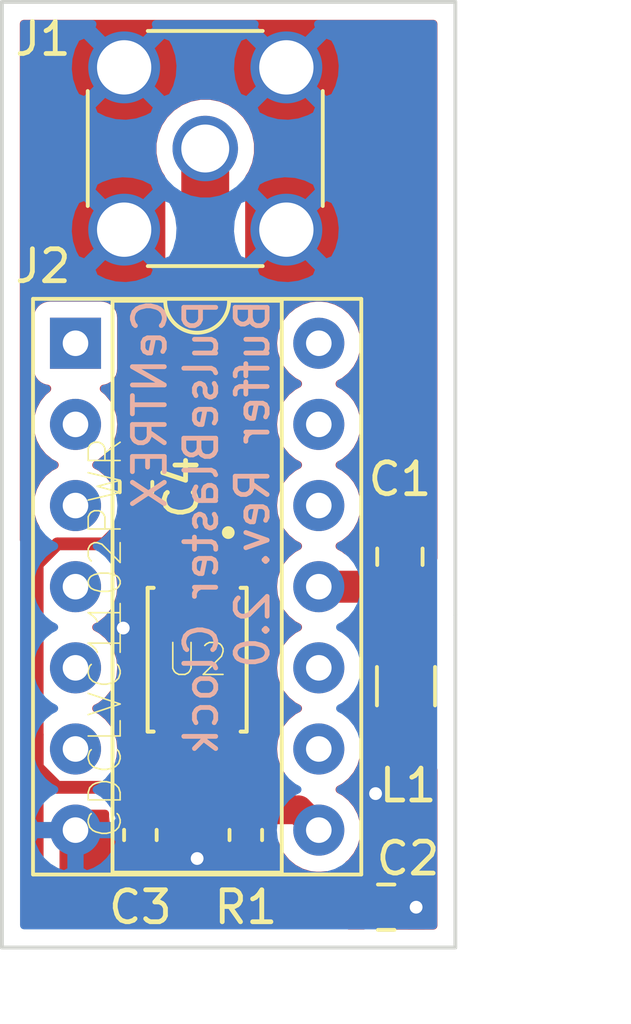
<source format=kicad_pcb>
(kicad_pcb (version 20171130) (host pcbnew "(5.1.4)-1")

  (general
    (thickness 1.6)
    (drawings 8)
    (tracks 40)
    (zones 0)
    (modules 9)
    (nets 18)
  )

  (page A4)
  (layers
    (0 F.Cu signal)
    (31 B.Cu signal)
    (32 B.Adhes user)
    (33 F.Adhes user)
    (34 B.Paste user)
    (35 F.Paste user)
    (36 B.SilkS user)
    (37 F.SilkS user)
    (38 B.Mask user)
    (39 F.Mask user)
    (40 Dwgs.User user)
    (41 Cmts.User user)
    (42 Eco1.User user hide)
    (43 Eco2.User user)
    (44 Edge.Cuts user)
    (45 Margin user)
    (46 B.CrtYd user)
    (47 F.CrtYd user)
    (48 B.Fab user)
    (49 F.Fab user hide)
  )

  (setup
    (last_trace_width 0.25)
    (trace_clearance 0.2)
    (zone_clearance 0.5)
    (zone_45_only no)
    (trace_min 0.2)
    (via_size 0.8)
    (via_drill 0.4)
    (via_min_size 0.4)
    (via_min_drill 0.3)
    (uvia_size 0.3)
    (uvia_drill 0.1)
    (uvias_allowed no)
    (uvia_min_size 0.2)
    (uvia_min_drill 0.1)
    (edge_width 0.12)
    (segment_width 0.2)
    (pcb_text_width 0.3)
    (pcb_text_size 1.5 1.5)
    (mod_edge_width 0.12)
    (mod_text_size 1 1)
    (mod_text_width 0.15)
    (pad_size 1.524 1.524)
    (pad_drill 0.762)
    (pad_to_mask_clearance 0.2)
    (aux_axis_origin 0 0)
    (visible_elements 7FFFFFFF)
    (pcbplotparams
      (layerselection 0x010fc_ffffffff)
      (usegerberextensions false)
      (usegerberattributes false)
      (usegerberadvancedattributes false)
      (creategerberjobfile false)
      (excludeedgelayer true)
      (linewidth 0.100000)
      (plotframeref false)
      (viasonmask false)
      (mode 1)
      (useauxorigin false)
      (hpglpennumber 1)
      (hpglpenspeed 20)
      (hpglpendiameter 15.000000)
      (psnegative false)
      (psa4output false)
      (plotreference true)
      (plotvalue true)
      (plotinvisibletext false)
      (padsonsilk false)
      (subtractmaskfromsilk false)
      (outputformat 1)
      (mirror false)
      (drillshape 0)
      (scaleselection 1)
      (outputdirectory "gerber/"))
  )

  (net 0 "")
  (net 1 GND)
  (net 2 VCC)
  (net 3 VD)
  (net 4 Clock_input)
  (net 5 "Net-(J2-Pad13)")
  (net 6 "Net-(J2-Pad6)")
  (net 7 "Net-(J2-Pad12)")
  (net 8 "Net-(J2-Pad5)")
  (net 9 D3.3V)
  (net 10 "Net-(J2-Pad4)")
  (net 11 "Net-(J2-Pad10)")
  (net 12 "Net-(J2-Pad3)")
  (net 13 "Net-(J2-Pad9)")
  (net 14 "Net-(J2-Pad2)")
  (net 15 Master_clock)
  (net 16 "Net-(J2-Pad1)")
  (net 17 "Net-(U2-Pad3)")

  (net_class Default "This is the default net class."
    (clearance 0.2)
    (trace_width 0.25)
    (via_dia 0.8)
    (via_drill 0.4)
    (uvia_dia 0.3)
    (uvia_drill 0.1)
    (add_net Clock_input)
    (add_net D3.3V)
    (add_net GND)
    (add_net Master_clock)
    (add_net "Net-(J2-Pad1)")
    (add_net "Net-(J2-Pad10)")
    (add_net "Net-(J2-Pad12)")
    (add_net "Net-(J2-Pad13)")
    (add_net "Net-(J2-Pad2)")
    (add_net "Net-(J2-Pad3)")
    (add_net "Net-(J2-Pad4)")
    (add_net "Net-(J2-Pad5)")
    (add_net "Net-(J2-Pad6)")
    (add_net "Net-(J2-Pad9)")
    (add_net "Net-(U2-Pad3)")
    (add_net VCC)
    (add_net VD)
  )

  (module Capacitor_SMD:C_0603_1608Metric (layer F.Cu) (tedit 5B301BBE) (tstamp 5D65A227)
    (at 148.336 111.2775 270)
    (descr "Capacitor SMD 0603 (1608 Metric), square (rectangular) end terminal, IPC_7351 nominal, (Body size source: http://www.tortai-tech.com/upload/download/2011102023233369053.pdf), generated with kicad-footprint-generator")
    (tags capacitor)
    (path /5D4B5F45)
    (attr smd)
    (fp_text reference C3 (at 2.2605 0 180) (layer F.SilkS)
      (effects (font (size 1 1) (thickness 0.15)))
    )
    (fp_text value 0.1muF (at 0 1.43 90) (layer F.Fab)
      (effects (font (size 1 1) (thickness 0.15)))
    )
    (fp_text user %R (at 0 0 90) (layer F.Fab)
      (effects (font (size 0.4 0.4) (thickness 0.06)))
    )
    (fp_line (start 1.48 0.73) (end -1.48 0.73) (layer F.CrtYd) (width 0.05))
    (fp_line (start 1.48 -0.73) (end 1.48 0.73) (layer F.CrtYd) (width 0.05))
    (fp_line (start -1.48 -0.73) (end 1.48 -0.73) (layer F.CrtYd) (width 0.05))
    (fp_line (start -1.48 0.73) (end -1.48 -0.73) (layer F.CrtYd) (width 0.05))
    (fp_line (start -0.162779 0.51) (end 0.162779 0.51) (layer F.SilkS) (width 0.12))
    (fp_line (start -0.162779 -0.51) (end 0.162779 -0.51) (layer F.SilkS) (width 0.12))
    (fp_line (start 0.8 0.4) (end -0.8 0.4) (layer F.Fab) (width 0.1))
    (fp_line (start 0.8 -0.4) (end 0.8 0.4) (layer F.Fab) (width 0.1))
    (fp_line (start -0.8 -0.4) (end 0.8 -0.4) (layer F.Fab) (width 0.1))
    (fp_line (start -0.8 0.4) (end -0.8 -0.4) (layer F.Fab) (width 0.1))
    (pad 2 smd roundrect (at 0.7875 0 270) (size 0.875 0.95) (layers F.Cu F.Paste F.Mask) (roundrect_rratio 0.25)
      (net 1 GND))
    (pad 1 smd roundrect (at -0.7875 0 270) (size 0.875 0.95) (layers F.Cu F.Paste F.Mask) (roundrect_rratio 0.25)
      (net 3 VD))
    (model ${KISYS3DMOD}/Capacitor_SMD.3dshapes/C_0603_1608Metric.wrl
      (at (xyz 0 0 0))
      (scale (xyz 1 1 1))
      (rotate (xyz 0 0 0))
    )
  )

  (module Resistor_SMD:R_0603_1608Metric (layer F.Cu) (tedit 5B301BBD) (tstamp 5D659672)
    (at 151.638 111.2775 90)
    (descr "Resistor SMD 0603 (1608 Metric), square (rectangular) end terminal, IPC_7351 nominal, (Body size source: http://www.tortai-tech.com/upload/download/2011102023233369053.pdf), generated with kicad-footprint-generator")
    (tags resistor)
    (path /5D659320)
    (attr smd)
    (fp_text reference R1 (at -2.2605 0 180) (layer F.SilkS)
      (effects (font (size 1 1) (thickness 0.15)))
    )
    (fp_text value 50Ohm (at 0 1.43 90) (layer F.Fab)
      (effects (font (size 1 1) (thickness 0.15)))
    )
    (fp_text user %R (at 0 0 90) (layer F.Fab)
      (effects (font (size 0.4 0.4) (thickness 0.06)))
    )
    (fp_line (start 1.48 0.73) (end -1.48 0.73) (layer F.CrtYd) (width 0.05))
    (fp_line (start 1.48 -0.73) (end 1.48 0.73) (layer F.CrtYd) (width 0.05))
    (fp_line (start -1.48 -0.73) (end 1.48 -0.73) (layer F.CrtYd) (width 0.05))
    (fp_line (start -1.48 0.73) (end -1.48 -0.73) (layer F.CrtYd) (width 0.05))
    (fp_line (start -0.162779 0.51) (end 0.162779 0.51) (layer F.SilkS) (width 0.12))
    (fp_line (start -0.162779 -0.51) (end 0.162779 -0.51) (layer F.SilkS) (width 0.12))
    (fp_line (start 0.8 0.4) (end -0.8 0.4) (layer F.Fab) (width 0.1))
    (fp_line (start 0.8 -0.4) (end 0.8 0.4) (layer F.Fab) (width 0.1))
    (fp_line (start -0.8 -0.4) (end 0.8 -0.4) (layer F.Fab) (width 0.1))
    (fp_line (start -0.8 0.4) (end -0.8 -0.4) (layer F.Fab) (width 0.1))
    (pad 2 smd roundrect (at 0.7875 0 90) (size 0.875 0.95) (layers F.Cu F.Paste F.Mask) (roundrect_rratio 0.25)
      (net 15 Master_clock))
    (pad 1 smd roundrect (at -0.7875 0 90) (size 0.875 0.95) (layers F.Cu F.Paste F.Mask) (roundrect_rratio 0.25)
      (net 1 GND))
    (model ${KISYS3DMOD}/Resistor_SMD.3dshapes/R_0603_1608Metric.wrl
      (at (xyz 0 0 0))
      (scale (xyz 1 1 1))
      (rotate (xyz 0 0 0))
    )
  )

  (module Capacitor_SMD:C_0603_1608Metric (layer F.Cu) (tedit 5B301BBE) (tstamp 5D659E75)
    (at 148.2 100.3875 270)
    (descr "Capacitor SMD 0603 (1608 Metric), square (rectangular) end terminal, IPC_7351 nominal, (Body size source: http://www.tortai-tech.com/upload/download/2011102023233369053.pdf), generated with kicad-footprint-generator")
    (tags capacitor)
    (path /5D662126)
    (attr smd)
    (fp_text reference C4 (at 0 -1.43 90) (layer F.SilkS)
      (effects (font (size 1 1) (thickness 0.15)))
    )
    (fp_text value 0.1muF (at 0 1.43 90) (layer F.Fab)
      (effects (font (size 1 1) (thickness 0.15)))
    )
    (fp_text user %R (at 0 0 90) (layer F.Fab)
      (effects (font (size 0.4 0.4) (thickness 0.06)))
    )
    (fp_line (start 1.48 0.73) (end -1.48 0.73) (layer F.CrtYd) (width 0.05))
    (fp_line (start 1.48 -0.73) (end 1.48 0.73) (layer F.CrtYd) (width 0.05))
    (fp_line (start -1.48 -0.73) (end 1.48 -0.73) (layer F.CrtYd) (width 0.05))
    (fp_line (start -1.48 0.73) (end -1.48 -0.73) (layer F.CrtYd) (width 0.05))
    (fp_line (start -0.162779 0.51) (end 0.162779 0.51) (layer F.SilkS) (width 0.12))
    (fp_line (start -0.162779 -0.51) (end 0.162779 -0.51) (layer F.SilkS) (width 0.12))
    (fp_line (start 0.8 0.4) (end -0.8 0.4) (layer F.Fab) (width 0.1))
    (fp_line (start 0.8 -0.4) (end 0.8 0.4) (layer F.Fab) (width 0.1))
    (fp_line (start -0.8 -0.4) (end 0.8 -0.4) (layer F.Fab) (width 0.1))
    (fp_line (start -0.8 0.4) (end -0.8 -0.4) (layer F.Fab) (width 0.1))
    (pad 2 smd roundrect (at 0.7875 0 270) (size 0.875 0.95) (layers F.Cu F.Paste F.Mask) (roundrect_rratio 0.25)
      (net 3 VD))
    (pad 1 smd roundrect (at -0.7875 0 270) (size 0.875 0.95) (layers F.Cu F.Paste F.Mask) (roundrect_rratio 0.25)
      (net 1 GND))
    (model ${KISYS3DMOD}/Capacitor_SMD.3dshapes/C_0603_1608Metric.wrl
      (at (xyz 0 0 0))
      (scale (xyz 1 1 1))
      (rotate (xyz 0 0 0))
    )
  )

  (module Capacitor_SMD:C_0805_2012Metric (layer F.Cu) (tedit 5B36C52B) (tstamp 5D658DB3)
    (at 156.0345 113.538)
    (descr "Capacitor SMD 0805 (2012 Metric), square (rectangular) end terminal, IPC_7351 nominal, (Body size source: https://docs.google.com/spreadsheets/d/1BsfQQcO9C6DZCsRaXUlFlo91Tg2WpOkGARC1WS5S8t0/edit?usp=sharing), generated with kicad-footprint-generator")
    (tags capacitor)
    (path /5D4B5F13)
    (attr smd)
    (fp_text reference C2 (at 0.6835 -1.524) (layer F.SilkS)
      (effects (font (size 1 1) (thickness 0.15)))
    )
    (fp_text value 1muF (at 0 1.65) (layer F.Fab)
      (effects (font (size 1 1) (thickness 0.15)))
    )
    (fp_text user %R (at 0 0) (layer F.Fab)
      (effects (font (size 0.5 0.5) (thickness 0.08)))
    )
    (fp_line (start 1.68 0.95) (end -1.68 0.95) (layer F.CrtYd) (width 0.05))
    (fp_line (start 1.68 -0.95) (end 1.68 0.95) (layer F.CrtYd) (width 0.05))
    (fp_line (start -1.68 -0.95) (end 1.68 -0.95) (layer F.CrtYd) (width 0.05))
    (fp_line (start -1.68 0.95) (end -1.68 -0.95) (layer F.CrtYd) (width 0.05))
    (fp_line (start -0.258578 0.71) (end 0.258578 0.71) (layer F.SilkS) (width 0.12))
    (fp_line (start -0.258578 -0.71) (end 0.258578 -0.71) (layer F.SilkS) (width 0.12))
    (fp_line (start 1 0.6) (end -1 0.6) (layer F.Fab) (width 0.1))
    (fp_line (start 1 -0.6) (end 1 0.6) (layer F.Fab) (width 0.1))
    (fp_line (start -1 -0.6) (end 1 -0.6) (layer F.Fab) (width 0.1))
    (fp_line (start -1 0.6) (end -1 -0.6) (layer F.Fab) (width 0.1))
    (pad 2 smd roundrect (at 0.9375 0) (size 0.975 1.4) (layers F.Cu F.Paste F.Mask) (roundrect_rratio 0.25)
      (net 1 GND))
    (pad 1 smd roundrect (at -0.9375 0) (size 0.975 1.4) (layers F.Cu F.Paste F.Mask) (roundrect_rratio 0.25)
      (net 3 VD))
    (model ${KISYS3DMOD}/Capacitor_SMD.3dshapes/C_0805_2012Metric.wrl
      (at (xyz 0 0 0))
      (scale (xyz 1 1 1))
      (rotate (xyz 0 0 0))
    )
  )

  (module Capacitor_SMD:C_0805_2012Metric (layer F.Cu) (tedit 5B36C52B) (tstamp 5D658DA2)
    (at 156.464 102.5675 90)
    (descr "Capacitor SMD 0805 (2012 Metric), square (rectangular) end terminal, IPC_7351 nominal, (Body size source: https://docs.google.com/spreadsheets/d/1BsfQQcO9C6DZCsRaXUlFlo91Tg2WpOkGARC1WS5S8t0/edit?usp=sharing), generated with kicad-footprint-generator")
    (tags capacitor)
    (path /5D4B5E79)
    (attr smd)
    (fp_text reference C1 (at 2.428 0 180) (layer F.SilkS)
      (effects (font (size 1 1) (thickness 0.15)))
    )
    (fp_text value 10muF (at 0 1.65 90) (layer F.Fab)
      (effects (font (size 1 1) (thickness 0.15)))
    )
    (fp_text user %R (at 0 0 90) (layer F.Fab)
      (effects (font (size 0.5 0.5) (thickness 0.08)))
    )
    (fp_line (start 1.68 0.95) (end -1.68 0.95) (layer F.CrtYd) (width 0.05))
    (fp_line (start 1.68 -0.95) (end 1.68 0.95) (layer F.CrtYd) (width 0.05))
    (fp_line (start -1.68 -0.95) (end 1.68 -0.95) (layer F.CrtYd) (width 0.05))
    (fp_line (start -1.68 0.95) (end -1.68 -0.95) (layer F.CrtYd) (width 0.05))
    (fp_line (start -0.258578 0.71) (end 0.258578 0.71) (layer F.SilkS) (width 0.12))
    (fp_line (start -0.258578 -0.71) (end 0.258578 -0.71) (layer F.SilkS) (width 0.12))
    (fp_line (start 1 0.6) (end -1 0.6) (layer F.Fab) (width 0.1))
    (fp_line (start 1 -0.6) (end 1 0.6) (layer F.Fab) (width 0.1))
    (fp_line (start -1 -0.6) (end 1 -0.6) (layer F.Fab) (width 0.1))
    (fp_line (start -1 0.6) (end -1 -0.6) (layer F.Fab) (width 0.1))
    (pad 2 smd roundrect (at 0.9375 0 90) (size 0.975 1.4) (layers F.Cu F.Paste F.Mask) (roundrect_rratio 0.25)
      (net 1 GND))
    (pad 1 smd roundrect (at -0.9375 0 90) (size 0.975 1.4) (layers F.Cu F.Paste F.Mask) (roundrect_rratio 0.25)
      (net 2 VCC))
    (model ${KISYS3DMOD}/Capacitor_SMD.3dshapes/C_0805_2012Metric.wrl
      (at (xyz 0 0 0))
      (scale (xyz 1 1 1))
      (rotate (xyz 0 0 0))
    )
  )

  (module CDCLVC1102PWR:SOP65P640X120-8N (layer F.Cu) (tedit 0) (tstamp 5D65A631)
    (at 150.114 105.791 270)
    (descr "Small Outline Pkg (SOP), 0.65 mm pitch; 8 pin, 3.00 mm L X 4.40 mm W X 1.20 mm H body<p><i>PCB Libraries Packages</i>")
    (path /5D4B5414)
    (attr smd)
    (fp_text reference U2 (at 0 0 180) (layer F.SilkS)
      (effects (font (size 1.00126 1.00126) (thickness 0.05)))
    )
    (fp_text value CDCLVC1102PWR (at -0.686175 2.87176 90) (layer F.SilkS)
      (effects (font (size 1.00054 1.00054) (thickness 0.05)))
    )
    (fp_circle (center -1.821 -1.102) (end -1.721 -1.102) (layer Eco2.User) (width 0.2))
    (fp_line (start -2.25 1.55) (end 2.25 1.55) (layer Eco2.User) (width 0.127))
    (fp_line (start 2.25 1.55) (end 2.25 1.3635) (layer F.SilkS) (width 0.127))
    (fp_line (start -2.25 1.55) (end 2.25 1.55) (layer F.SilkS) (width 0.127))
    (fp_line (start -2.25 1.3635) (end -2.25 1.55) (layer F.SilkS) (width 0.127))
    (fp_line (start 2.25 -1.55) (end 2.25 -1.3635) (layer F.SilkS) (width 0.127))
    (fp_line (start -2.25 -1.55) (end 2.25 -1.55) (layer F.SilkS) (width 0.127))
    (fp_line (start -2.25 -1.3635) (end -2.25 -1.55) (layer F.SilkS) (width 0.127))
    (fp_line (start 2.25 -1.55) (end 2.25 1.55) (layer Eco2.User) (width 0.127))
    (fp_line (start -2.25 -1.55) (end 2.25 -1.55) (layer Eco2.User) (width 0.127))
    (fp_line (start -2.25 1.55) (end -2.25 -1.55) (layer Eco2.User) (width 0.127))
    (fp_line (start 2.5 -1.8) (end -2.5 -1.8) (layer Eco1.User) (width 0.05))
    (fp_line (start 2.5 -1.43) (end 2.5 -1.8) (layer Eco1.User) (width 0.05))
    (fp_line (start 3.91 -1.43) (end 2.5 -1.43) (layer Eco1.User) (width 0.05))
    (fp_line (start 3.91 1.43) (end 3.91 -1.43) (layer Eco1.User) (width 0.05))
    (fp_line (start 2.5 1.43) (end 3.91 1.43) (layer Eco1.User) (width 0.05))
    (fp_line (start 2.5 1.8) (end 2.5 1.43) (layer Eco1.User) (width 0.05))
    (fp_line (start -2.5 1.8) (end 2.5 1.8) (layer Eco1.User) (width 0.05))
    (fp_line (start -2.5 1.43) (end -2.5 1.8) (layer Eco1.User) (width 0.05))
    (fp_line (start -3.91 1.43) (end -2.5 1.43) (layer Eco1.User) (width 0.05))
    (fp_line (start -3.91 -1.43) (end -3.91 1.43) (layer Eco1.User) (width 0.05))
    (fp_line (start -2.5 -1.43) (end -3.91 -1.43) (layer Eco1.User) (width 0.05))
    (fp_line (start -2.5 -1.8) (end -2.5 -1.43) (layer Eco1.User) (width 0.05))
    (fp_circle (center -3.98 -0.975) (end -3.88 -0.975) (layer F.SilkS) (width 0.2))
    (pad 8 smd rect (at 2.87 -0.975 270) (size 1.57 0.41) (layers F.Cu F.Paste F.Mask)
      (net 15 Master_clock))
    (pad 7 smd rect (at 2.87 -0.325 270) (size 1.57 0.41) (layers F.Cu F.Paste F.Mask))
    (pad 6 smd rect (at 2.87 0.325 270) (size 1.57 0.41) (layers F.Cu F.Paste F.Mask)
      (net 3 VD))
    (pad 5 smd rect (at 2.87 0.975 270) (size 1.57 0.41) (layers F.Cu F.Paste F.Mask))
    (pad 4 smd rect (at -2.87 0.975 90) (size 1.57 0.41) (layers F.Cu F.Paste F.Mask)
      (net 1 GND))
    (pad 3 smd rect (at -2.87 0.325 90) (size 1.57 0.41) (layers F.Cu F.Paste F.Mask)
      (net 17 "Net-(U2-Pad3)"))
    (pad 2 smd rect (at -2.87 -0.325 90) (size 1.57 0.41) (layers F.Cu F.Paste F.Mask)
      (net 3 VD))
    (pad 1 smd rect (at -2.87 -0.975 90) (size 1.57 0.41) (layers F.Cu F.Paste F.Mask)
      (net 4 Clock_input))
  )

  (module Inductor_SMD:L_1206_3216Metric (layer F.Cu) (tedit 5B301BBE) (tstamp 5D5B517B)
    (at 156.6545 106.6195 270)
    (descr "Inductor SMD 1206 (3216 Metric), square (rectangular) end terminal, IPC_7351 nominal, (Body size source: http://www.tortai-tech.com/upload/download/2011102023233369053.pdf), generated with kicad-footprint-generator")
    (tags inductor)
    (path /5D4B6730)
    (attr smd)
    (fp_text reference L1 (at 3.1085 -0.0635 180) (layer F.SilkS)
      (effects (font (size 1 1) (thickness 0.15)))
    )
    (fp_text value L_Core_Ferrite (at 0 1.82 90) (layer F.Fab)
      (effects (font (size 1 1) (thickness 0.15)))
    )
    (fp_text user %R (at 0 0 90) (layer F.Fab)
      (effects (font (size 0.8 0.8) (thickness 0.12)))
    )
    (fp_line (start 2.28 1.12) (end -2.28 1.12) (layer F.CrtYd) (width 0.05))
    (fp_line (start 2.28 -1.12) (end 2.28 1.12) (layer F.CrtYd) (width 0.05))
    (fp_line (start -2.28 -1.12) (end 2.28 -1.12) (layer F.CrtYd) (width 0.05))
    (fp_line (start -2.28 1.12) (end -2.28 -1.12) (layer F.CrtYd) (width 0.05))
    (fp_line (start -0.602064 0.91) (end 0.602064 0.91) (layer F.SilkS) (width 0.12))
    (fp_line (start -0.602064 -0.91) (end 0.602064 -0.91) (layer F.SilkS) (width 0.12))
    (fp_line (start 1.6 0.8) (end -1.6 0.8) (layer F.Fab) (width 0.1))
    (fp_line (start 1.6 -0.8) (end 1.6 0.8) (layer F.Fab) (width 0.1))
    (fp_line (start -1.6 -0.8) (end 1.6 -0.8) (layer F.Fab) (width 0.1))
    (fp_line (start -1.6 0.8) (end -1.6 -0.8) (layer F.Fab) (width 0.1))
    (pad 2 smd roundrect (at 1.4 0 270) (size 1.25 1.75) (layers F.Cu F.Paste F.Mask) (roundrect_rratio 0.2)
      (net 3 VD))
    (pad 1 smd roundrect (at -1.4 0 270) (size 1.25 1.75) (layers F.Cu F.Paste F.Mask) (roundrect_rratio 0.2)
      (net 2 VCC))
    (model ${KISYS3DMOD}/Inductor_SMD.3dshapes/L_1206_3216Metric.wrl
      (at (xyz 0 0 0))
      (scale (xyz 1 1 1))
      (rotate (xyz 0 0 0))
    )
  )

  (module Package_DIP:DIP-14_W7.62mm_Socket (layer F.Cu) (tedit 5A02E8C5) (tstamp 5D5B516A)
    (at 146.304 95.885)
    (descr "14-lead though-hole mounted DIP package, row spacing 7.62 mm (300 mils), Socket")
    (tags "THT DIP DIL PDIP 2.54mm 7.62mm 300mil Socket")
    (path /5D4B3594)
    (fp_text reference J2 (at -1.016 -2.413) (layer F.SilkS)
      (effects (font (size 1 1) (thickness 0.15)))
    )
    (fp_text value Conn_02x07_Counter_Clockwise (at 3.81 17.57) (layer F.Fab)
      (effects (font (size 1 1) (thickness 0.15)))
    )
    (fp_text user %R (at 3.81 7.62) (layer F.Fab)
      (effects (font (size 1 1) (thickness 0.15)))
    )
    (fp_line (start 9.15 -1.6) (end -1.55 -1.6) (layer F.CrtYd) (width 0.05))
    (fp_line (start 9.15 16.85) (end 9.15 -1.6) (layer F.CrtYd) (width 0.05))
    (fp_line (start -1.55 16.85) (end 9.15 16.85) (layer F.CrtYd) (width 0.05))
    (fp_line (start -1.55 -1.6) (end -1.55 16.85) (layer F.CrtYd) (width 0.05))
    (fp_line (start 8.95 -1.39) (end -1.33 -1.39) (layer F.SilkS) (width 0.12))
    (fp_line (start 8.95 16.63) (end 8.95 -1.39) (layer F.SilkS) (width 0.12))
    (fp_line (start -1.33 16.63) (end 8.95 16.63) (layer F.SilkS) (width 0.12))
    (fp_line (start -1.33 -1.39) (end -1.33 16.63) (layer F.SilkS) (width 0.12))
    (fp_line (start 6.46 -1.33) (end 4.81 -1.33) (layer F.SilkS) (width 0.12))
    (fp_line (start 6.46 16.57) (end 6.46 -1.33) (layer F.SilkS) (width 0.12))
    (fp_line (start 1.16 16.57) (end 6.46 16.57) (layer F.SilkS) (width 0.12))
    (fp_line (start 1.16 -1.33) (end 1.16 16.57) (layer F.SilkS) (width 0.12))
    (fp_line (start 2.81 -1.33) (end 1.16 -1.33) (layer F.SilkS) (width 0.12))
    (fp_line (start 8.89 -1.33) (end -1.27 -1.33) (layer F.Fab) (width 0.1))
    (fp_line (start 8.89 16.57) (end 8.89 -1.33) (layer F.Fab) (width 0.1))
    (fp_line (start -1.27 16.57) (end 8.89 16.57) (layer F.Fab) (width 0.1))
    (fp_line (start -1.27 -1.33) (end -1.27 16.57) (layer F.Fab) (width 0.1))
    (fp_line (start 0.635 -0.27) (end 1.635 -1.27) (layer F.Fab) (width 0.1))
    (fp_line (start 0.635 16.51) (end 0.635 -0.27) (layer F.Fab) (width 0.1))
    (fp_line (start 6.985 16.51) (end 0.635 16.51) (layer F.Fab) (width 0.1))
    (fp_line (start 6.985 -1.27) (end 6.985 16.51) (layer F.Fab) (width 0.1))
    (fp_line (start 1.635 -1.27) (end 6.985 -1.27) (layer F.Fab) (width 0.1))
    (fp_arc (start 3.81 -1.33) (end 2.81 -1.33) (angle -180) (layer F.SilkS) (width 0.12))
    (pad 14 thru_hole oval (at 7.62 0) (size 1.6 1.6) (drill 0.8) (layers *.Cu *.Mask)
      (net 9 D3.3V))
    (pad 7 thru_hole oval (at 0 15.24) (size 1.6 1.6) (drill 0.8) (layers *.Cu *.Mask)
      (net 1 GND))
    (pad 13 thru_hole oval (at 7.62 2.54) (size 1.6 1.6) (drill 0.8) (layers *.Cu *.Mask)
      (net 5 "Net-(J2-Pad13)"))
    (pad 6 thru_hole oval (at 0 12.7) (size 1.6 1.6) (drill 0.8) (layers *.Cu *.Mask)
      (net 6 "Net-(J2-Pad6)"))
    (pad 12 thru_hole oval (at 7.62 5.08) (size 1.6 1.6) (drill 0.8) (layers *.Cu *.Mask)
      (net 7 "Net-(J2-Pad12)"))
    (pad 5 thru_hole oval (at 0 10.16) (size 1.6 1.6) (drill 0.8) (layers *.Cu *.Mask)
      (net 8 "Net-(J2-Pad5)"))
    (pad 11 thru_hole oval (at 7.62 7.62) (size 1.6 1.6) (drill 0.8) (layers *.Cu *.Mask)
      (net 2 VCC))
    (pad 4 thru_hole oval (at 0 7.62) (size 1.6 1.6) (drill 0.8) (layers *.Cu *.Mask)
      (net 10 "Net-(J2-Pad4)"))
    (pad 10 thru_hole oval (at 7.62 10.16) (size 1.6 1.6) (drill 0.8) (layers *.Cu *.Mask)
      (net 11 "Net-(J2-Pad10)"))
    (pad 3 thru_hole oval (at 0 5.08) (size 1.6 1.6) (drill 0.8) (layers *.Cu *.Mask)
      (net 12 "Net-(J2-Pad3)"))
    (pad 9 thru_hole oval (at 7.62 12.7) (size 1.6 1.6) (drill 0.8) (layers *.Cu *.Mask)
      (net 13 "Net-(J2-Pad9)"))
    (pad 2 thru_hole oval (at 0 2.54) (size 1.6 1.6) (drill 0.8) (layers *.Cu *.Mask)
      (net 14 "Net-(J2-Pad2)"))
    (pad 8 thru_hole oval (at 7.62 15.24) (size 1.6 1.6) (drill 0.8) (layers *.Cu *.Mask)
      (net 15 Master_clock))
    (pad 1 thru_hole rect (at 0 0) (size 1.6 1.6) (drill 0.8) (layers *.Cu *.Mask)
      (net 16 "Net-(J2-Pad1)"))
    (model ${KISYS3DMOD}/Package_DIP.3dshapes/DIP-14_W7.62mm_Socket.wrl
      (at (xyz 0 0 0))
      (scale (xyz 1 1 1))
      (rotate (xyz 0 0 0))
    )
  )

  (module Connector_Coaxial:SMA_Amphenol_132134_Vertical (layer F.Cu) (tedit 5B2F4DB6) (tstamp 5D5B5140)
    (at 150.368 89.789)
    (descr https://www.amphenolrf.com/downloads/dl/file/id/2187/product/2843/132134_customer_drawing.pdf)
    (tags "SMA THT Female Jack Vertical ExtendedLegs")
    (path /5D4B36B5)
    (fp_text reference J1 (at -5.08 -3.429) (layer F.SilkS)
      (effects (font (size 1 1) (thickness 0.15)))
    )
    (fp_text value Conn_Coaxial (at 0 5) (layer F.Fab)
      (effects (font (size 1 1) (thickness 0.15)))
    )
    (fp_text user %R (at 0 0) (layer F.Fab)
      (effects (font (size 1 1) (thickness 0.15)))
    )
    (fp_line (start -1.8 -3.68) (end 1.8 -3.68) (layer F.SilkS) (width 0.12))
    (fp_line (start -1.8 3.68) (end 1.8 3.68) (layer F.SilkS) (width 0.12))
    (fp_line (start 3.68 -1.8) (end 3.68 1.8) (layer F.SilkS) (width 0.12))
    (fp_line (start -3.68 -1.8) (end -3.68 1.8) (layer F.SilkS) (width 0.12))
    (fp_line (start 3.5 -3.5) (end 3.5 3.5) (layer F.Fab) (width 0.1))
    (fp_line (start -3.5 3.5) (end 3.5 3.5) (layer F.Fab) (width 0.1))
    (fp_line (start -3.5 -3.5) (end -3.5 3.5) (layer F.Fab) (width 0.1))
    (fp_line (start -3.5 -3.5) (end 3.5 -3.5) (layer F.Fab) (width 0.1))
    (fp_line (start -4.17 -4.17) (end 4.17 -4.17) (layer F.CrtYd) (width 0.05))
    (fp_line (start -4.17 -4.17) (end -4.17 4.17) (layer F.CrtYd) (width 0.05))
    (fp_line (start 4.17 4.17) (end 4.17 -4.17) (layer F.CrtYd) (width 0.05))
    (fp_line (start 4.17 4.17) (end -4.17 4.17) (layer F.CrtYd) (width 0.05))
    (fp_circle (center 0 0) (end 3.175 0) (layer F.Fab) (width 0.1))
    (pad 2 thru_hole circle (at -2.54 2.54) (size 2.25 2.25) (drill 1.7) (layers *.Cu *.Mask)
      (net 1 GND))
    (pad 2 thru_hole circle (at -2.54 -2.54) (size 2.25 2.25) (drill 1.7) (layers *.Cu *.Mask)
      (net 1 GND))
    (pad 2 thru_hole circle (at 2.54 -2.54) (size 2.25 2.25) (drill 1.7) (layers *.Cu *.Mask)
      (net 1 GND))
    (pad 2 thru_hole circle (at 2.54 2.54) (size 2.25 2.25) (drill 1.7) (layers *.Cu *.Mask)
      (net 1 GND))
    (pad 1 thru_hole circle (at 0 0) (size 2.05 2.05) (drill 1.5) (layers *.Cu *.Mask)
      (net 4 Clock_input))
    (model ${KISYS3DMOD}/Connector_Coaxial.3dshapes/SMA_Amphenol_132134_Vertical.wrl
      (at (xyz 0 0 0))
      (scale (xyz 1 1 1))
      (rotate (xyz 0 0 0))
    )
  )

  (dimension 29.6 (width 0.05) (layer B.CrtYd)
    (gr_text "29.600 mm" (at 162.236 100 90) (layer B.CrtYd)
      (effects (font (size 1 1) (thickness 0.15)))
    )
    (feature1 (pts (xy 158.2 85.2) (xy 161.622421 85.2)))
    (feature2 (pts (xy 158.2 114.8) (xy 161.622421 114.8)))
    (crossbar (pts (xy 161.036 114.8) (xy 161.036 85.2)))
    (arrow1a (pts (xy 161.036 85.2) (xy 161.622421 86.326504)))
    (arrow1b (pts (xy 161.036 85.2) (xy 160.449579 86.326504)))
    (arrow2a (pts (xy 161.036 114.8) (xy 161.622421 113.673496)))
    (arrow2b (pts (xy 161.036 114.8) (xy 160.449579 113.673496)))
  )
  (dimension 14.182002 (width 0.05) (layer B.CrtYd)
    (gr_text "14.182 mm" (at 151.110681 117.784005 0.03232027834) (layer B.CrtYd)
      (effects (font (size 1 1) (thickness 0.15)))
    )
    (feature1 (pts (xy 144.018 114.808) (xy 144.019335 117.174425)))
    (feature2 (pts (xy 158.2 114.8) (xy 158.201335 117.166425)))
    (crossbar (pts (xy 158.201004 116.580005) (xy 144.019004 116.588005)))
    (arrow1a (pts (xy 144.019004 116.588005) (xy 145.145177 116.000949)))
    (arrow1b (pts (xy 144.019004 116.588005) (xy 145.145838 117.17379)))
    (arrow2a (pts (xy 158.201004 116.580005) (xy 157.07417 115.99422)))
    (arrow2b (pts (xy 158.201004 116.580005) (xy 157.074831 117.167061)))
  )
  (gr_line (start 158.2 104.4) (end 158.2 114.8) (layer Edge.Cuts) (width 0.12))
  (gr_line (start 158.2 114.8) (end 144 114.8) (layer Edge.Cuts) (width 0.12))
  (gr_line (start 158.2 85.2) (end 158.2 104.4) (layer Edge.Cuts) (width 0.12) (tstamp 5D6595C0))
  (gr_line (start 144 85.2) (end 158.2 85.2) (layer Edge.Cuts) (width 0.12))
  (gr_line (start 144 114.8) (end 144 85.2) (layer Edge.Cuts) (width 0.12))
  (gr_text "CeNTREX \nPulseBlaster Clock\nBuffer Rev. 2.0" (at 150.241 94.4245 90) (layer B.SilkS) (tstamp 5D65A5BF)
    (effects (font (size 1 1) (thickness 0.15)) (justify left mirror))
  )

  (via (at 156.972 113.538) (size 0.8) (drill 0.4) (layers F.Cu B.Cu) (net 1))
  (via (at 147.8 104.8) (size 0.8) (drill 0.4) (layers F.Cu B.Cu) (net 1))
  (via (at 150.114 112.014) (size 0.8) (drill 0.4) (layers F.Cu B.Cu) (net 1))
  (segment (start 147.244 112.065) (end 148.336 112.065) (width 0.9) (layer F.Cu) (net 1))
  (segment (start 146.304 111.125) (end 147.244 112.065) (width 0.9) (layer F.Cu) (net 1))
  (segment (start 148.336 112.065) (end 151.638 112.065) (width 0.9) (layer F.Cu) (net 1))
  (via (at 155.702 109.982) (size 0.8) (drill 0.4) (layers F.Cu B.Cu) (net 1))
  (segment (start 153.924 103.505) (end 156.464 103.505) (width 1) (layer F.Cu) (net 2))
  (segment (start 156.464 105.029) (end 156.6545 105.2195) (width 1) (layer F.Cu) (net 2))
  (segment (start 156.464 103.505) (end 156.464 105.029) (width 1) (layer F.Cu) (net 2))
  (segment (start 148.775 101.175) (end 148.2 101.175) (width 0.4) (layer F.Cu) (net 3))
  (segment (start 149.753002 101.175) (end 148.775 101.175) (width 0.4) (layer F.Cu) (net 3))
  (segment (start 150.439 101.860998) (end 149.753002 101.175) (width 0.4) (layer F.Cu) (net 3))
  (segment (start 150.439 102.921) (end 150.439 101.860998) (width 0.4) (layer F.Cu) (net 3))
  (segment (start 148.911 110.49) (end 148.336 110.49) (width 0.4) (layer F.Cu) (net 3))
  (segment (start 149.020002 110.49) (end 148.911 110.49) (width 0.4) (layer F.Cu) (net 3))
  (segment (start 149.789 109.721002) (end 149.020002 110.49) (width 0.4) (layer F.Cu) (net 3))
  (segment (start 149.789 108.661) (end 149.789 109.721002) (width 0.4) (layer F.Cu) (net 3))
  (segment (start 145.103999 102.800001) (end 145.738999 102.165001) (width 0.4) (layer F.Cu) (net 3))
  (segment (start 147.209999 102.165001) (end 147.738388 101.636612) (width 0.4) (layer F.Cu) (net 3))
  (segment (start 145.738999 102.165001) (end 147.209999 102.165001) (width 0.4) (layer F.Cu) (net 3))
  (segment (start 145.727999 109.785001) (end 145.103999 109.161001) (width 0.4) (layer F.Cu) (net 3))
  (segment (start 147.631001 109.785001) (end 145.727999 109.785001) (width 0.4) (layer F.Cu) (net 3))
  (segment (start 147.738388 101.636612) (end 148.2 101.175) (width 0.4) (layer F.Cu) (net 3))
  (segment (start 148.336 110.49) (end 147.631001 109.785001) (width 0.4) (layer F.Cu) (net 3))
  (segment (start 145.103999 112.845999) (end 145.103999 108.134001) (width 0.4) (layer F.Cu) (net 3))
  (segment (start 145.796 113.538) (end 145.103999 112.845999) (width 0.4) (layer F.Cu) (net 3))
  (segment (start 155.097 113.538) (end 145.796 113.538) (width 0.4) (layer F.Cu) (net 3))
  (segment (start 145.103999 109.161001) (end 145.103999 108.134001) (width 0.4) (layer F.Cu) (net 3))
  (segment (start 145.103999 108.134001) (end 145.103999 102.800001) (width 0.4) (layer F.Cu) (net 3))
  (segment (start 156.6545 111.9805) (end 156.6545 108.0195) (width 0.4) (layer F.Cu) (net 3))
  (segment (start 155.097 113.538) (end 156.6545 111.9805) (width 0.4) (layer F.Cu) (net 3))
  (segment (start 150.368 89.789) (end 150.368 99.822) (width 1.5) (layer F.Cu) (net 4))
  (segment (start 151.089 100.543) (end 150.368 99.822) (width 0.4) (layer F.Cu) (net 4))
  (segment (start 151.089 102.921) (end 151.089 100.543) (width 0.4) (layer F.Cu) (net 4))
  (segment (start 153.899 111.1) (end 153.924 111.125) (width 1.5) (layer B.Cu) (net 15))
  (segment (start 151.089 109.941) (end 151.638 110.49) (width 0.4) (layer F.Cu) (net 15))
  (segment (start 151.089 108.661) (end 151.089 109.941) (width 0.4) (layer F.Cu) (net 15))
  (segment (start 153.289 110.49) (end 153.924 111.125) (width 0.9) (layer F.Cu) (net 15))
  (segment (start 151.638 110.49) (end 153.289 110.49) (width 0.9) (layer F.Cu) (net 15))

  (zone (net 0) (net_name "") (layer F.Cu) (tstamp 0) (hatch edge 0.508)
    (connect_pads (clearance 0.508))
    (min_thickness 0.254)
    (keepout (tracks not_allowed) (vias not_allowed) (copperpour not_allowed))
    (fill (arc_segments 32) (thermal_gap 0.508) (thermal_bridge_width 0.508))
    (polygon
      (pts
        (xy 151.6 108) (xy 148.6 108) (xy 148.6 103.6) (xy 151.6 103.6)
      )
    )
  )
  (zone (net 1) (net_name GND) (layer B.Cu) (tstamp 5D65A324) (hatch edge 0.508)
    (connect_pads (clearance 0.508))
    (min_thickness 0.254)
    (fill yes (arc_segments 32) (thermal_gap 0.508) (thermal_bridge_width 0.508))
    (polygon
      (pts
        (xy 158.2 85.2) (xy 158.2 114.8) (xy 144 114.8) (xy 144 85.2)
      )
    )
    (filled_polygon
      (pts
        (xy 146.783074 86.024469) (xy 147.828 87.069395) (xy 148.872926 86.024469) (xy 148.821151 85.895) (xy 151.914849 85.895)
        (xy 151.863074 86.024469) (xy 152.908 87.069395) (xy 153.952926 86.024469) (xy 153.901151 85.895) (xy 157.505 85.895)
        (xy 157.505001 104.365856) (xy 157.505 104.365866) (xy 157.505001 114.105) (xy 144.695 114.105) (xy 144.695 111.474039)
        (xy 144.912096 111.474039) (xy 144.952754 111.608087) (xy 145.072963 111.86242) (xy 145.240481 112.088414) (xy 145.448869 112.277385)
        (xy 145.690119 112.42207) (xy 145.95496 112.516909) (xy 146.177 112.395624) (xy 146.177 111.252) (xy 146.431 111.252)
        (xy 146.431 112.395624) (xy 146.65304 112.516909) (xy 146.917881 112.42207) (xy 147.159131 112.277385) (xy 147.367519 112.088414)
        (xy 147.535037 111.86242) (xy 147.655246 111.608087) (xy 147.695904 111.474039) (xy 147.573915 111.252) (xy 146.431 111.252)
        (xy 146.177 111.252) (xy 145.034085 111.252) (xy 144.912096 111.474039) (xy 144.695 111.474039) (xy 144.695 98.425)
        (xy 144.862057 98.425) (xy 144.889764 98.706309) (xy 144.971818 98.976808) (xy 145.105068 99.226101) (xy 145.284392 99.444608)
        (xy 145.502899 99.623932) (xy 145.635858 99.695) (xy 145.502899 99.766068) (xy 145.284392 99.945392) (xy 145.105068 100.163899)
        (xy 144.971818 100.413192) (xy 144.889764 100.683691) (xy 144.862057 100.965) (xy 144.889764 101.246309) (xy 144.971818 101.516808)
        (xy 145.105068 101.766101) (xy 145.284392 101.984608) (xy 145.502899 102.163932) (xy 145.635858 102.235) (xy 145.502899 102.306068)
        (xy 145.284392 102.485392) (xy 145.105068 102.703899) (xy 144.971818 102.953192) (xy 144.889764 103.223691) (xy 144.862057 103.505)
        (xy 144.889764 103.786309) (xy 144.971818 104.056808) (xy 145.105068 104.306101) (xy 145.284392 104.524608) (xy 145.502899 104.703932)
        (xy 145.635858 104.775) (xy 145.502899 104.846068) (xy 145.284392 105.025392) (xy 145.105068 105.243899) (xy 144.971818 105.493192)
        (xy 144.889764 105.763691) (xy 144.862057 106.045) (xy 144.889764 106.326309) (xy 144.971818 106.596808) (xy 145.105068 106.846101)
        (xy 145.284392 107.064608) (xy 145.502899 107.243932) (xy 145.635858 107.315) (xy 145.502899 107.386068) (xy 145.284392 107.565392)
        (xy 145.105068 107.783899) (xy 144.971818 108.033192) (xy 144.889764 108.303691) (xy 144.862057 108.585) (xy 144.889764 108.866309)
        (xy 144.971818 109.136808) (xy 145.105068 109.386101) (xy 145.284392 109.604608) (xy 145.502899 109.783932) (xy 145.640682 109.857579)
        (xy 145.448869 109.972615) (xy 145.240481 110.161586) (xy 145.072963 110.38758) (xy 144.952754 110.641913) (xy 144.912096 110.775961)
        (xy 145.034085 110.998) (xy 146.177 110.998) (xy 146.177 110.978) (xy 146.431 110.978) (xy 146.431 110.998)
        (xy 147.573915 110.998) (xy 147.695904 110.775961) (xy 147.655246 110.641913) (xy 147.535037 110.38758) (xy 147.367519 110.161586)
        (xy 147.159131 109.972615) (xy 146.967318 109.857579) (xy 147.105101 109.783932) (xy 147.323608 109.604608) (xy 147.502932 109.386101)
        (xy 147.636182 109.136808) (xy 147.718236 108.866309) (xy 147.745943 108.585) (xy 147.718236 108.303691) (xy 147.636182 108.033192)
        (xy 147.502932 107.783899) (xy 147.323608 107.565392) (xy 147.105101 107.386068) (xy 146.972142 107.315) (xy 147.105101 107.243932)
        (xy 147.323608 107.064608) (xy 147.502932 106.846101) (xy 147.636182 106.596808) (xy 147.718236 106.326309) (xy 147.745943 106.045)
        (xy 147.718236 105.763691) (xy 147.636182 105.493192) (xy 147.502932 105.243899) (xy 147.323608 105.025392) (xy 147.105101 104.846068)
        (xy 146.972142 104.775) (xy 147.105101 104.703932) (xy 147.323608 104.524608) (xy 147.502932 104.306101) (xy 147.636182 104.056808)
        (xy 147.718236 103.786309) (xy 147.745943 103.505) (xy 147.718236 103.223691) (xy 147.636182 102.953192) (xy 147.502932 102.703899)
        (xy 147.323608 102.485392) (xy 147.105101 102.306068) (xy 146.972142 102.235) (xy 147.105101 102.163932) (xy 147.323608 101.984608)
        (xy 147.502932 101.766101) (xy 147.636182 101.516808) (xy 147.718236 101.246309) (xy 147.745943 100.965) (xy 147.718236 100.683691)
        (xy 147.636182 100.413192) (xy 147.502932 100.163899) (xy 147.323608 99.945392) (xy 147.105101 99.766068) (xy 146.972142 99.695)
        (xy 147.105101 99.623932) (xy 147.323608 99.444608) (xy 147.502932 99.226101) (xy 147.636182 98.976808) (xy 147.718236 98.706309)
        (xy 147.745943 98.425) (xy 147.718236 98.143691) (xy 147.636182 97.873192) (xy 147.502932 97.623899) (xy 147.323608 97.405392)
        (xy 147.210518 97.312581) (xy 147.228482 97.310812) (xy 147.34818 97.274502) (xy 147.458494 97.215537) (xy 147.555185 97.136185)
        (xy 147.634537 97.039494) (xy 147.693502 96.92918) (xy 147.729812 96.809482) (xy 147.742072 96.685) (xy 147.742072 95.885)
        (xy 152.482057 95.885) (xy 152.509764 96.166309) (xy 152.591818 96.436808) (xy 152.725068 96.686101) (xy 152.904392 96.904608)
        (xy 153.122899 97.083932) (xy 153.255858 97.155) (xy 153.122899 97.226068) (xy 152.904392 97.405392) (xy 152.725068 97.623899)
        (xy 152.591818 97.873192) (xy 152.509764 98.143691) (xy 152.482057 98.425) (xy 152.509764 98.706309) (xy 152.591818 98.976808)
        (xy 152.725068 99.226101) (xy 152.904392 99.444608) (xy 153.122899 99.623932) (xy 153.255858 99.695) (xy 153.122899 99.766068)
        (xy 152.904392 99.945392) (xy 152.725068 100.163899) (xy 152.591818 100.413192) (xy 152.509764 100.683691) (xy 152.482057 100.965)
        (xy 152.509764 101.246309) (xy 152.591818 101.516808) (xy 152.725068 101.766101) (xy 152.904392 101.984608) (xy 153.122899 102.163932)
        (xy 153.255858 102.235) (xy 153.122899 102.306068) (xy 152.904392 102.485392) (xy 152.725068 102.703899) (xy 152.591818 102.953192)
        (xy 152.509764 103.223691) (xy 152.482057 103.505) (xy 152.509764 103.786309) (xy 152.591818 104.056808) (xy 152.725068 104.306101)
        (xy 152.904392 104.524608) (xy 153.122899 104.703932) (xy 153.255858 104.775) (xy 153.122899 104.846068) (xy 152.904392 105.025392)
        (xy 152.725068 105.243899) (xy 152.591818 105.493192) (xy 152.509764 105.763691) (xy 152.482057 106.045) (xy 152.509764 106.326309)
        (xy 152.591818 106.596808) (xy 152.725068 106.846101) (xy 152.904392 107.064608) (xy 153.122899 107.243932) (xy 153.255858 107.315)
        (xy 153.122899 107.386068) (xy 152.904392 107.565392) (xy 152.725068 107.783899) (xy 152.591818 108.033192) (xy 152.509764 108.303691)
        (xy 152.482057 108.585) (xy 152.509764 108.866309) (xy 152.591818 109.136808) (xy 152.725068 109.386101) (xy 152.904392 109.604608)
        (xy 153.122899 109.783932) (xy 153.255858 109.855) (xy 153.122899 109.926068) (xy 152.904392 110.105392) (xy 152.725068 110.323899)
        (xy 152.591818 110.573192) (xy 152.509764 110.843691) (xy 152.482057 111.125) (xy 152.509764 111.406309) (xy 152.591818 111.676808)
        (xy 152.725068 111.926101) (xy 152.904392 112.144608) (xy 153.122899 112.323932) (xy 153.372192 112.457182) (xy 153.642691 112.539236)
        (xy 153.853508 112.56) (xy 153.994492 112.56) (xy 154.205309 112.539236) (xy 154.475808 112.457182) (xy 154.725101 112.323932)
        (xy 154.943608 112.144608) (xy 155.122932 111.926101) (xy 155.256182 111.676808) (xy 155.338236 111.406309) (xy 155.365943 111.125)
        (xy 155.338236 110.843691) (xy 155.256182 110.573192) (xy 155.122932 110.323899) (xy 154.943608 110.105392) (xy 154.725101 109.926068)
        (xy 154.592142 109.855) (xy 154.725101 109.783932) (xy 154.943608 109.604608) (xy 155.122932 109.386101) (xy 155.256182 109.136808)
        (xy 155.338236 108.866309) (xy 155.365943 108.585) (xy 155.338236 108.303691) (xy 155.256182 108.033192) (xy 155.122932 107.783899)
        (xy 154.943608 107.565392) (xy 154.725101 107.386068) (xy 154.592142 107.315) (xy 154.725101 107.243932) (xy 154.943608 107.064608)
        (xy 155.122932 106.846101) (xy 155.256182 106.596808) (xy 155.338236 106.326309) (xy 155.365943 106.045) (xy 155.338236 105.763691)
        (xy 155.256182 105.493192) (xy 155.122932 105.243899) (xy 154.943608 105.025392) (xy 154.725101 104.846068) (xy 154.592142 104.775)
        (xy 154.725101 104.703932) (xy 154.943608 104.524608) (xy 155.122932 104.306101) (xy 155.256182 104.056808) (xy 155.338236 103.786309)
        (xy 155.365943 103.505) (xy 155.338236 103.223691) (xy 155.256182 102.953192) (xy 155.122932 102.703899) (xy 154.943608 102.485392)
        (xy 154.725101 102.306068) (xy 154.592142 102.235) (xy 154.725101 102.163932) (xy 154.943608 101.984608) (xy 155.122932 101.766101)
        (xy 155.256182 101.516808) (xy 155.338236 101.246309) (xy 155.365943 100.965) (xy 155.338236 100.683691) (xy 155.256182 100.413192)
        (xy 155.122932 100.163899) (xy 154.943608 99.945392) (xy 154.725101 99.766068) (xy 154.592142 99.695) (xy 154.725101 99.623932)
        (xy 154.943608 99.444608) (xy 155.122932 99.226101) (xy 155.256182 98.976808) (xy 155.338236 98.706309) (xy 155.365943 98.425)
        (xy 155.338236 98.143691) (xy 155.256182 97.873192) (xy 155.122932 97.623899) (xy 154.943608 97.405392) (xy 154.725101 97.226068)
        (xy 154.592142 97.155) (xy 154.725101 97.083932) (xy 154.943608 96.904608) (xy 155.122932 96.686101) (xy 155.256182 96.436808)
        (xy 155.338236 96.166309) (xy 155.365943 95.885) (xy 155.338236 95.603691) (xy 155.256182 95.333192) (xy 155.122932 95.083899)
        (xy 154.943608 94.865392) (xy 154.725101 94.686068) (xy 154.475808 94.552818) (xy 154.205309 94.470764) (xy 153.994492 94.45)
        (xy 153.853508 94.45) (xy 153.642691 94.470764) (xy 153.372192 94.552818) (xy 153.122899 94.686068) (xy 152.904392 94.865392)
        (xy 152.725068 95.083899) (xy 152.591818 95.333192) (xy 152.509764 95.603691) (xy 152.482057 95.885) (xy 147.742072 95.885)
        (xy 147.742072 95.085) (xy 147.729812 94.960518) (xy 147.693502 94.84082) (xy 147.634537 94.730506) (xy 147.555185 94.633815)
        (xy 147.458494 94.554463) (xy 147.34818 94.495498) (xy 147.228482 94.459188) (xy 147.104 94.446928) (xy 145.504 94.446928)
        (xy 145.379518 94.459188) (xy 145.25982 94.495498) (xy 145.149506 94.554463) (xy 145.052815 94.633815) (xy 144.973463 94.730506)
        (xy 144.914498 94.84082) (xy 144.878188 94.960518) (xy 144.865928 95.085) (xy 144.865928 96.685) (xy 144.878188 96.809482)
        (xy 144.914498 96.92918) (xy 144.973463 97.039494) (xy 145.052815 97.136185) (xy 145.149506 97.215537) (xy 145.25982 97.274502)
        (xy 145.379518 97.310812) (xy 145.397482 97.312581) (xy 145.284392 97.405392) (xy 145.105068 97.623899) (xy 144.971818 97.873192)
        (xy 144.889764 98.143691) (xy 144.862057 98.425) (xy 144.695 98.425) (xy 144.695 93.553531) (xy 146.783074 93.553531)
        (xy 146.893921 93.830714) (xy 147.20484 93.984089) (xy 147.539705 94.07386) (xy 147.88565 94.096576) (xy 148.22938 94.051366)
        (xy 148.557685 93.939966) (xy 148.762079 93.830714) (xy 148.872926 93.553531) (xy 151.863074 93.553531) (xy 151.973921 93.830714)
        (xy 152.28484 93.984089) (xy 152.619705 94.07386) (xy 152.96565 94.096576) (xy 153.30938 94.051366) (xy 153.637685 93.939966)
        (xy 153.842079 93.830714) (xy 153.952926 93.553531) (xy 152.908 92.508605) (xy 151.863074 93.553531) (xy 148.872926 93.553531)
        (xy 147.828 92.508605) (xy 146.783074 93.553531) (xy 144.695 93.553531) (xy 144.695 92.38665) (xy 146.060424 92.38665)
        (xy 146.105634 92.73038) (xy 146.217034 93.058685) (xy 146.326286 93.263079) (xy 146.603469 93.373926) (xy 147.648395 92.329)
        (xy 148.007605 92.329) (xy 149.052531 93.373926) (xy 149.329714 93.263079) (xy 149.483089 92.95216) (xy 149.57286 92.617295)
        (xy 149.588004 92.38665) (xy 151.140424 92.38665) (xy 151.185634 92.73038) (xy 151.297034 93.058685) (xy 151.406286 93.263079)
        (xy 151.683469 93.373926) (xy 152.728395 92.329) (xy 153.087605 92.329) (xy 154.132531 93.373926) (xy 154.409714 93.263079)
        (xy 154.563089 92.95216) (xy 154.65286 92.617295) (xy 154.675576 92.27135) (xy 154.630366 91.92762) (xy 154.518966 91.599315)
        (xy 154.409714 91.394921) (xy 154.132531 91.284074) (xy 153.087605 92.329) (xy 152.728395 92.329) (xy 151.683469 91.284074)
        (xy 151.406286 91.394921) (xy 151.252911 91.70584) (xy 151.16314 92.040705) (xy 151.140424 92.38665) (xy 149.588004 92.38665)
        (xy 149.595576 92.27135) (xy 149.550366 91.92762) (xy 149.438966 91.599315) (xy 149.329714 91.394921) (xy 149.052531 91.284074)
        (xy 148.007605 92.329) (xy 147.648395 92.329) (xy 146.603469 91.284074) (xy 146.326286 91.394921) (xy 146.172911 91.70584)
        (xy 146.08314 92.040705) (xy 146.060424 92.38665) (xy 144.695 92.38665) (xy 144.695 91.104469) (xy 146.783074 91.104469)
        (xy 147.828 92.149395) (xy 148.872926 91.104469) (xy 148.762079 90.827286) (xy 148.45116 90.673911) (xy 148.116295 90.58414)
        (xy 147.77035 90.561424) (xy 147.42662 90.606634) (xy 147.098315 90.718034) (xy 146.893921 90.827286) (xy 146.783074 91.104469)
        (xy 144.695 91.104469) (xy 144.695 89.625504) (xy 148.708 89.625504) (xy 148.708 89.952496) (xy 148.771793 90.273204)
        (xy 148.896927 90.575305) (xy 149.078594 90.847188) (xy 149.309812 91.078406) (xy 149.581695 91.260073) (xy 149.883796 91.385207)
        (xy 150.204504 91.449) (xy 150.531496 91.449) (xy 150.852204 91.385207) (xy 151.154305 91.260073) (xy 151.387182 91.104469)
        (xy 151.863074 91.104469) (xy 152.908 92.149395) (xy 153.952926 91.104469) (xy 153.842079 90.827286) (xy 153.53116 90.673911)
        (xy 153.196295 90.58414) (xy 152.85035 90.561424) (xy 152.50662 90.606634) (xy 152.178315 90.718034) (xy 151.973921 90.827286)
        (xy 151.863074 91.104469) (xy 151.387182 91.104469) (xy 151.426188 91.078406) (xy 151.657406 90.847188) (xy 151.839073 90.575305)
        (xy 151.964207 90.273204) (xy 152.028 89.952496) (xy 152.028 89.625504) (xy 151.964207 89.304796) (xy 151.839073 89.002695)
        (xy 151.657406 88.730812) (xy 151.426188 88.499594) (xy 151.387183 88.473531) (xy 151.863074 88.473531) (xy 151.973921 88.750714)
        (xy 152.28484 88.904089) (xy 152.619705 88.99386) (xy 152.96565 89.016576) (xy 153.30938 88.971366) (xy 153.637685 88.859966)
        (xy 153.842079 88.750714) (xy 153.952926 88.473531) (xy 152.908 87.428605) (xy 151.863074 88.473531) (xy 151.387183 88.473531)
        (xy 151.154305 88.317927) (xy 150.852204 88.192793) (xy 150.531496 88.129) (xy 150.204504 88.129) (xy 149.883796 88.192793)
        (xy 149.581695 88.317927) (xy 149.309812 88.499594) (xy 149.078594 88.730812) (xy 148.896927 89.002695) (xy 148.771793 89.304796)
        (xy 148.708 89.625504) (xy 144.695 89.625504) (xy 144.695 88.473531) (xy 146.783074 88.473531) (xy 146.893921 88.750714)
        (xy 147.20484 88.904089) (xy 147.539705 88.99386) (xy 147.88565 89.016576) (xy 148.22938 88.971366) (xy 148.557685 88.859966)
        (xy 148.762079 88.750714) (xy 148.872926 88.473531) (xy 147.828 87.428605) (xy 146.783074 88.473531) (xy 144.695 88.473531)
        (xy 144.695 87.30665) (xy 146.060424 87.30665) (xy 146.105634 87.65038) (xy 146.217034 87.978685) (xy 146.326286 88.183079)
        (xy 146.603469 88.293926) (xy 147.648395 87.249) (xy 148.007605 87.249) (xy 149.052531 88.293926) (xy 149.329714 88.183079)
        (xy 149.483089 87.87216) (xy 149.57286 87.537295) (xy 149.588004 87.30665) (xy 151.140424 87.30665) (xy 151.185634 87.65038)
        (xy 151.297034 87.978685) (xy 151.406286 88.183079) (xy 151.683469 88.293926) (xy 152.728395 87.249) (xy 153.087605 87.249)
        (xy 154.132531 88.293926) (xy 154.409714 88.183079) (xy 154.563089 87.87216) (xy 154.65286 87.537295) (xy 154.675576 87.19135)
        (xy 154.630366 86.84762) (xy 154.518966 86.519315) (xy 154.409714 86.314921) (xy 154.132531 86.204074) (xy 153.087605 87.249)
        (xy 152.728395 87.249) (xy 151.683469 86.204074) (xy 151.406286 86.314921) (xy 151.252911 86.62584) (xy 151.16314 86.960705)
        (xy 151.140424 87.30665) (xy 149.588004 87.30665) (xy 149.595576 87.19135) (xy 149.550366 86.84762) (xy 149.438966 86.519315)
        (xy 149.329714 86.314921) (xy 149.052531 86.204074) (xy 148.007605 87.249) (xy 147.648395 87.249) (xy 146.603469 86.204074)
        (xy 146.326286 86.314921) (xy 146.172911 86.62584) (xy 146.08314 86.960705) (xy 146.060424 87.30665) (xy 144.695 87.30665)
        (xy 144.695 85.895) (xy 146.834849 85.895)
      )
    )
  )
  (zone (net 1) (net_name GND) (layer F.Cu) (tstamp 5D65A321) (hatch edge 0.508)
    (connect_pads yes (clearance 0.5))
    (min_thickness 0.254)
    (fill yes (arc_segments 32) (thermal_gap 0.508) (thermal_bridge_width 0.508))
    (polygon
      (pts
        (xy 158.2 114.8) (xy 144 114.8) (xy 144 85.2) (xy 158.2 85.2)
      )
    )
    (filled_polygon
      (pts
        (xy 157.513001 114.113) (xy 156.202838 114.113) (xy 156.214533 113.99425) (xy 156.214533 113.590021) (xy 157.210559 112.593995)
        (xy 157.242106 112.568106) (xy 157.267996 112.536559) (xy 157.268003 112.536552) (xy 157.345452 112.44218) (xy 157.386498 112.365387)
        (xy 157.422245 112.29851) (xy 157.469534 112.14262) (xy 157.4815 112.021124) (xy 157.4815 112.021114) (xy 157.4855 111.9805)
        (xy 157.4815 111.939886) (xy 157.4815 109.248427) (xy 157.513 109.238872)
      )
    )
    (filled_polygon
      (pts
        (xy 150.398048 110.402679) (xy 150.475498 110.497051) (xy 150.501395 110.528606) (xy 150.532948 110.554501) (xy 150.532967 110.55452)
        (xy 150.532967 110.70875) (xy 150.549276 110.874339) (xy 150.597577 111.033565) (xy 150.676013 111.180309) (xy 150.78157 111.30893)
        (xy 150.910191 111.414487) (xy 151.056935 111.492923) (xy 151.216161 111.541224) (xy 151.38175 111.557533) (xy 151.488969 111.557533)
        (xy 151.585091 111.567) (xy 152.566869 111.567) (xy 152.599245 111.673731) (xy 152.731752 111.921634) (xy 152.910077 112.138923)
        (xy 153.127366 112.317248) (xy 153.375269 112.449755) (xy 153.644259 112.531352) (xy 153.853902 112.552) (xy 153.994098 112.552)
        (xy 154.177944 112.533893) (xy 154.126726 112.596302) (xy 154.065419 112.711) (xy 146.138554 112.711) (xy 145.930999 112.503446)
        (xy 145.930999 110.612001) (xy 147.230967 110.612001) (xy 147.230967 110.70875) (xy 147.247276 110.874339) (xy 147.295577 111.033565)
        (xy 147.374013 111.180309) (xy 147.47957 111.30893) (xy 147.608191 111.414487) (xy 147.754935 111.492923) (xy 147.914161 111.541224)
        (xy 148.07975 111.557533) (xy 148.59225 111.557533) (xy 148.757839 111.541224) (xy 148.917065 111.492923) (xy 149.063809 111.414487)
        (xy 149.19243 111.30893) (xy 149.200104 111.299579) (xy 149.338012 111.257745) (xy 149.481681 111.180952) (xy 149.607608 111.077606)
        (xy 149.633507 111.046048) (xy 150.345058 110.334499) (xy 150.35656 110.325059)
      )
    )
    (filled_polygon
      (pts
        (xy 155.407223 109.016777) (xy 155.54058 109.126221) (xy 155.692726 109.207544) (xy 155.827501 109.248428) (xy 155.8275 111.637945)
        (xy 155.257479 112.207967) (xy 154.853793 112.207967) (xy 154.937923 112.138923) (xy 155.116248 111.921634) (xy 155.248755 111.673731)
        (xy 155.330352 111.404741) (xy 155.357904 111.125) (xy 155.330352 110.845259) (xy 155.248755 110.576269) (xy 155.116248 110.328366)
        (xy 154.937923 110.111077) (xy 154.720634 109.932752) (xy 154.57517 109.855) (xy 154.720634 109.777248) (xy 154.937923 109.598923)
        (xy 155.116248 109.381634) (xy 155.248755 109.133731) (xy 155.317424 108.907358)
      )
    )
    (filled_polygon
      (pts
        (xy 157.513001 102.622787) (xy 157.405698 102.534726) (xy 157.254632 102.45398) (xy 157.090717 102.404256) (xy 156.92025 102.387467)
        (xy 156.615484 102.387467) (xy 156.519365 102.378) (xy 156.519364 102.378) (xy 156.464 102.372547) (xy 156.408635 102.378)
        (xy 154.800139 102.378) (xy 154.720634 102.312752) (xy 154.57517 102.235) (xy 154.720634 102.157248) (xy 154.937923 101.978923)
        (xy 155.116248 101.761634) (xy 155.248755 101.513731) (xy 155.330352 101.244741) (xy 155.357904 100.965) (xy 155.330352 100.685259)
        (xy 155.248755 100.416269) (xy 155.116248 100.168366) (xy 154.937923 99.951077) (xy 154.720634 99.772752) (xy 154.57517 99.695)
        (xy 154.720634 99.617248) (xy 154.937923 99.438923) (xy 155.116248 99.221634) (xy 155.248755 98.973731) (xy 155.330352 98.704741)
        (xy 155.357904 98.425) (xy 155.330352 98.145259) (xy 155.248755 97.876269) (xy 155.116248 97.628366) (xy 154.937923 97.411077)
        (xy 154.720634 97.232752) (xy 154.57517 97.155) (xy 154.720634 97.077248) (xy 154.937923 96.898923) (xy 155.116248 96.681634)
        (xy 155.248755 96.433731) (xy 155.330352 96.164741) (xy 155.357904 95.885) (xy 155.330352 95.605259) (xy 155.248755 95.336269)
        (xy 155.116248 95.088366) (xy 154.937923 94.871077) (xy 154.720634 94.692752) (xy 154.472731 94.560245) (xy 154.203741 94.478648)
        (xy 153.994098 94.458) (xy 153.853902 94.458) (xy 153.644259 94.478648) (xy 153.375269 94.560245) (xy 153.127366 94.692752)
        (xy 152.910077 94.871077) (xy 152.731752 95.088366) (xy 152.599245 95.336269) (xy 152.517648 95.605259) (xy 152.490096 95.885)
        (xy 152.517648 96.164741) (xy 152.599245 96.433731) (xy 152.731752 96.681634) (xy 152.910077 96.898923) (xy 153.127366 97.077248)
        (xy 153.27283 97.155) (xy 153.127366 97.232752) (xy 152.910077 97.411077) (xy 152.731752 97.628366) (xy 152.599245 97.876269)
        (xy 152.517648 98.145259) (xy 152.490096 98.425) (xy 152.517648 98.704741) (xy 152.599245 98.973731) (xy 152.731752 99.221634)
        (xy 152.910077 99.438923) (xy 153.127366 99.617248) (xy 153.27283 99.695) (xy 153.127366 99.772752) (xy 152.910077 99.951077)
        (xy 152.731752 100.168366) (xy 152.599245 100.416269) (xy 152.517648 100.685259) (xy 152.490096 100.965) (xy 152.517648 101.244741)
        (xy 152.599245 101.513731) (xy 152.731752 101.761634) (xy 152.910077 101.978923) (xy 153.127366 102.157248) (xy 153.27283 102.235)
        (xy 153.127366 102.312752) (xy 152.910077 102.491077) (xy 152.731752 102.708366) (xy 152.599245 102.956269) (xy 152.517648 103.225259)
        (xy 152.490096 103.505) (xy 152.517648 103.784741) (xy 152.599245 104.053731) (xy 152.731752 104.301634) (xy 152.910077 104.518923)
        (xy 153.127366 104.697248) (xy 153.27283 104.775) (xy 153.127366 104.852752) (xy 152.910077 105.031077) (xy 152.731752 105.248366)
        (xy 152.599245 105.496269) (xy 152.517648 105.765259) (xy 152.490096 106.045) (xy 152.517648 106.324741) (xy 152.599245 106.593731)
        (xy 152.731752 106.841634) (xy 152.910077 107.058923) (xy 153.127366 107.237248) (xy 153.27283 107.315) (xy 153.127366 107.392752)
        (xy 152.910077 107.571077) (xy 152.731752 107.788366) (xy 152.599245 108.036269) (xy 152.517648 108.305259) (xy 152.490096 108.585)
        (xy 152.517648 108.864741) (xy 152.599245 109.133731) (xy 152.731752 109.381634) (xy 152.757493 109.413) (xy 151.924033 109.413)
        (xy 151.924033 107.876) (xy 151.911927 107.753087) (xy 151.876075 107.634897) (xy 151.817853 107.525972) (xy 151.739501 107.430499)
        (xy 151.727 107.42024) (xy 151.727 104.16176) (xy 151.739501 104.151501) (xy 151.817853 104.056028) (xy 151.876075 103.947103)
        (xy 151.911927 103.828913) (xy 151.924033 103.706) (xy 151.924033 102.136) (xy 151.916 102.05444) (xy 151.916 100.583614)
        (xy 151.92 100.543) (xy 151.916 100.502386) (xy 151.916 100.502376) (xy 151.904034 100.38088) (xy 151.856745 100.22499)
        (xy 151.802645 100.123776) (xy 151.779952 100.08132) (xy 151.731889 100.022756) (xy 151.745 99.88964) (xy 151.745 90.701694)
        (xy 151.831983 90.571515) (xy 151.956514 90.270871) (xy 152.02 89.951708) (xy 152.02 89.626292) (xy 151.956514 89.307129)
        (xy 151.831983 89.006485) (xy 151.651192 88.735912) (xy 151.421088 88.505808) (xy 151.150515 88.325017) (xy 150.849871 88.200486)
        (xy 150.530708 88.137) (xy 150.205292 88.137) (xy 149.886129 88.200486) (xy 149.585485 88.325017) (xy 149.314912 88.505808)
        (xy 149.084808 88.735912) (xy 148.904017 89.006485) (xy 148.779486 89.307129) (xy 148.716 89.626292) (xy 148.716 89.951708)
        (xy 148.779486 90.270871) (xy 148.904017 90.571515) (xy 148.991 90.701694) (xy 148.991001 99.88964) (xy 149.010926 100.091939)
        (xy 149.088601 100.348) (xy 149.046597 100.348) (xy 148.927809 100.250513) (xy 148.781065 100.172077) (xy 148.621839 100.123776)
        (xy 148.45625 100.107467) (xy 147.94375 100.107467) (xy 147.778161 100.123776) (xy 147.618935 100.172077) (xy 147.525054 100.222257)
        (xy 147.496248 100.168366) (xy 147.317923 99.951077) (xy 147.100634 99.772752) (xy 146.95517 99.695) (xy 147.100634 99.617248)
        (xy 147.317923 99.438923) (xy 147.496248 99.221634) (xy 147.628755 98.973731) (xy 147.710352 98.704741) (xy 147.737904 98.425)
        (xy 147.710352 98.145259) (xy 147.628755 97.876269) (xy 147.496248 97.628366) (xy 147.317923 97.411077) (xy 147.190511 97.306512)
        (xy 147.226913 97.302927) (xy 147.345103 97.267075) (xy 147.454028 97.208853) (xy 147.549501 97.130501) (xy 147.627853 97.035028)
        (xy 147.686075 96.926103) (xy 147.721927 96.807913) (xy 147.734033 96.685) (xy 147.734033 95.085) (xy 147.721927 94.962087)
        (xy 147.686075 94.843897) (xy 147.627853 94.734972) (xy 147.549501 94.639499) (xy 147.454028 94.561147) (xy 147.345103 94.502925)
        (xy 147.226913 94.467073) (xy 147.104 94.454967) (xy 145.504 94.454967) (xy 145.381087 94.467073) (xy 145.262897 94.502925)
        (xy 145.153972 94.561147) (xy 145.058499 94.639499) (xy 144.980147 94.734972) (xy 144.921925 94.843897) (xy 144.886073 94.962087)
        (xy 144.873967 95.085) (xy 144.873967 96.685) (xy 144.886073 96.807913) (xy 144.921925 96.926103) (xy 144.980147 97.035028)
        (xy 145.058499 97.130501) (xy 145.153972 97.208853) (xy 145.262897 97.267075) (xy 145.381087 97.302927) (xy 145.417489 97.306512)
        (xy 145.290077 97.411077) (xy 145.111752 97.628366) (xy 144.979245 97.876269) (xy 144.897648 98.145259) (xy 144.870096 98.425)
        (xy 144.897648 98.704741) (xy 144.979245 98.973731) (xy 145.111752 99.221634) (xy 145.290077 99.438923) (xy 145.507366 99.617248)
        (xy 145.65283 99.695) (xy 145.507366 99.772752) (xy 145.290077 99.951077) (xy 145.111752 100.168366) (xy 144.979245 100.416269)
        (xy 144.897648 100.685259) (xy 144.870096 100.965) (xy 144.897648 101.244741) (xy 144.979245 101.513731) (xy 145.063355 101.67109)
        (xy 144.687 102.047446) (xy 144.687 85.887) (xy 157.513 85.887)
      )
    )
    (filled_polygon
      (pts
        (xy 148.953967 102.136) (xy 148.953967 103.473) (xy 148.6 103.473) (xy 148.575224 103.47544) (xy 148.551399 103.482667)
        (xy 148.529443 103.494403) (xy 148.510197 103.510197) (xy 148.494403 103.529443) (xy 148.482667 103.551399) (xy 148.47544 103.575224)
        (xy 148.473 103.6) (xy 148.473 107.449385) (xy 148.410147 107.525972) (xy 148.351925 107.634897) (xy 148.316073 107.753087)
        (xy 148.303967 107.876) (xy 148.303967 109.288414) (xy 148.244506 109.228953) (xy 148.218607 109.197395) (xy 148.09268 109.094049)
        (xy 147.949011 109.017256) (xy 147.793121 108.969967) (xy 147.681759 108.958999) (xy 147.710352 108.864741) (xy 147.737904 108.585)
        (xy 147.710352 108.305259) (xy 147.628755 108.036269) (xy 147.496248 107.788366) (xy 147.317923 107.571077) (xy 147.100634 107.392752)
        (xy 146.95517 107.315) (xy 147.100634 107.237248) (xy 147.317923 107.058923) (xy 147.496248 106.841634) (xy 147.628755 106.593731)
        (xy 147.710352 106.324741) (xy 147.737904 106.045) (xy 147.710352 105.765259) (xy 147.628755 105.496269) (xy 147.496248 105.248366)
        (xy 147.317923 105.031077) (xy 147.100634 104.852752) (xy 146.95517 104.775) (xy 147.100634 104.697248) (xy 147.317923 104.518923)
        (xy 147.496248 104.301634) (xy 147.628755 104.053731) (xy 147.710352 103.784741) (xy 147.737904 103.505) (xy 147.710352 103.225259)
        (xy 147.628755 102.956269) (xy 147.596588 102.896089) (xy 147.671678 102.855953) (xy 147.797605 102.752607) (xy 147.823504 102.721049)
        (xy 148.30202 102.242533) (xy 148.45625 102.242533) (xy 148.621839 102.226224) (xy 148.781065 102.177923) (xy 148.927809 102.099487)
        (xy 148.96018 102.072921)
      )
    )
  )
)

</source>
